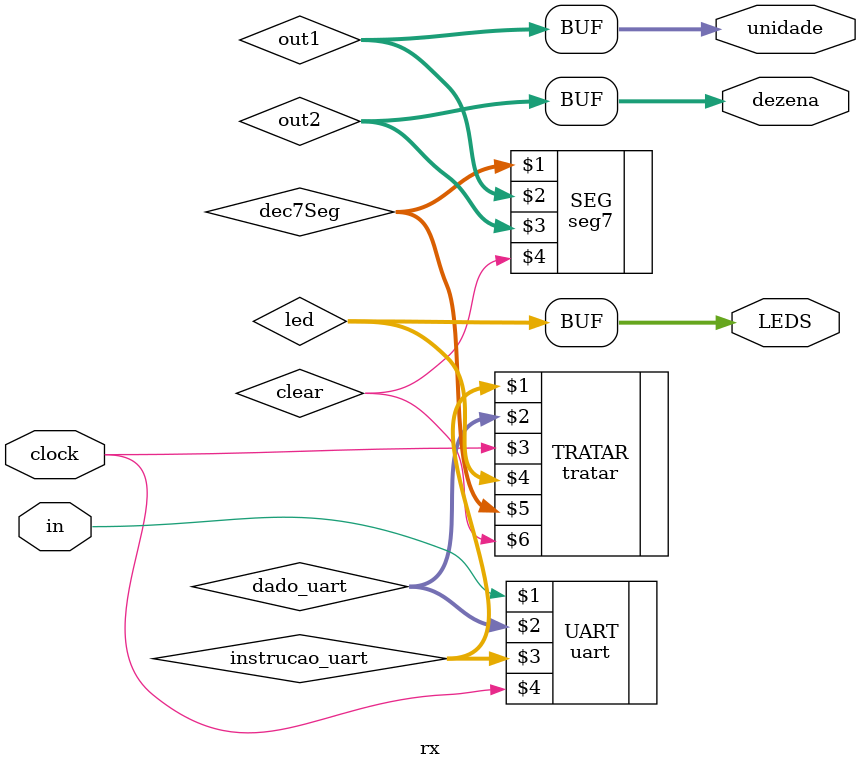
<source format=v>
module rx (clock, in, LEDS, unidade, dezena);
    input clock, in;
    output [7:0] LEDS;
    output [6:0] unidade, dezena;

    wire [3:0] dado_uart, instrucao_uart, dec7Seg; 
    wire [7:0] led;
    wire [6:0] out1, out2;
    wire clear;

    uart UART(in, dado_uart, instrucao_uart, clock);
    tratar TRATAR(instrucao_uart, dado_uart, clock, led, dec7Seg, clear);
    seg7 SEG(dec7Seg, out1, out2, clear);

    assign LEDS = led;
    assign unidade = out1;
    assign dezena = out2;
    
endmodule
</source>
